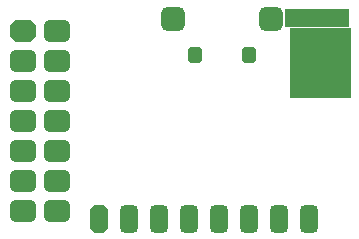
<source format=gbr>
%TF.GenerationSoftware,Altium Limited,Altium Designer,20.2.6 (244)*%
G04 Layer_Color=16711935*
%FSLAX45Y45*%
%MOMM*%
%TF.SameCoordinates,9E4D4D7D-1FFC-428C-BB03-7E89B6F1CBBC*%
%TF.FilePolarity,Negative*%
%TF.FileFunction,Soldermask,Bot*%
%TF.Part,Single*%
G01*
G75*
%TA.AperFunction,NonConductor*%
%ADD87R,5.40000X1.50000*%
%TA.AperFunction,SMDPad,CuDef*%
G04:AMPARAMS|DCode=88|XSize=1.55mm|YSize=2.35mm|CornerRadius=0.425mm|HoleSize=0mm|Usage=FLASHONLY|Rotation=0.000|XOffset=0mm|YOffset=0mm|HoleType=Round|Shape=RoundedRectangle|*
%AMROUNDEDRECTD88*
21,1,1.55000,1.50000,0,0,0.0*
21,1,0.70000,2.35000,0,0,0.0*
1,1,0.85000,0.35000,-0.75000*
1,1,0.85000,-0.35000,-0.75000*
1,1,0.85000,-0.35000,0.75000*
1,1,0.85000,0.35000,0.75000*
%
%ADD88ROUNDEDRECTD88*%
G04:AMPARAMS|DCode=89|XSize=1.55mm|YSize=2.35mm|CornerRadius=0mm|HoleSize=0mm|Usage=FLASHONLY|Rotation=0.000|XOffset=0mm|YOffset=0mm|HoleType=Round|Shape=Octagon|*
%AMOCTAGOND89*
4,1,8,-0.38750,1.17500,0.38750,1.17500,0.77500,0.78750,0.77500,-0.78750,0.38750,-1.17500,-0.38750,-1.17500,-0.77500,-0.78750,-0.77500,0.78750,-0.38750,1.17500,0.0*
%
%ADD89OCTAGOND89*%

%TA.AperFunction,ComponentPad*%
G04:AMPARAMS|DCode=90|XSize=1.85mm|YSize=2.25mm|CornerRadius=0.5mm|HoleSize=0mm|Usage=FLASHONLY|Rotation=270.000|XOffset=0mm|YOffset=0mm|HoleType=Round|Shape=RoundedRectangle|*
%AMROUNDEDRECTD90*
21,1,1.85000,1.25001,0,0,270.0*
21,1,0.85000,2.25000,0,0,270.0*
1,1,1.00000,-0.62500,-0.42500*
1,1,1.00000,-0.62500,0.42500*
1,1,1.00000,0.62500,0.42500*
1,1,1.00000,0.62500,-0.42500*
%
%ADD90ROUNDEDRECTD90*%
G04:AMPARAMS|DCode=91|XSize=1.85mm|YSize=2.25mm|CornerRadius=0mm|HoleSize=0mm|Usage=FLASHONLY|Rotation=270.000|XOffset=0mm|YOffset=0mm|HoleType=Round|Shape=Octagon|*
%AMOCTAGOND91*
4,1,8,1.12500,0.46250,1.12500,-0.46250,0.66250,-0.92500,-0.66250,-0.92500,-1.12500,-0.46250,-1.12500,0.46250,-0.66250,0.92500,0.66250,0.92500,1.12500,0.46250,0.0*
%
%ADD91OCTAGOND91*%

G04:AMPARAMS|DCode=92|XSize=1.25mm|YSize=1.35mm|CornerRadius=0.35mm|HoleSize=0mm|Usage=FLASHONLY|Rotation=180.000|XOffset=0mm|YOffset=0mm|HoleType=Round|Shape=RoundedRectangle|*
%AMROUNDEDRECTD92*
21,1,1.25000,0.65000,0,0,180.0*
21,1,0.55000,1.35000,0,0,180.0*
1,1,0.70000,-0.27500,0.32500*
1,1,0.70000,0.27500,0.32500*
1,1,0.70000,0.27500,-0.32500*
1,1,0.70000,-0.27500,-0.32500*
%
%ADD92ROUNDEDRECTD92*%
G04:AMPARAMS|DCode=93|XSize=2.05mm|YSize=2.05mm|CornerRadius=0.55mm|HoleSize=0mm|Usage=FLASHONLY|Rotation=180.000|XOffset=0mm|YOffset=0mm|HoleType=Round|Shape=RoundedRectangle|*
%AMROUNDEDRECTD93*
21,1,2.05000,0.95000,0,0,180.0*
21,1,0.95000,2.05000,0,0,180.0*
1,1,1.10000,-0.47500,0.47500*
1,1,1.10000,0.47500,0.47500*
1,1,1.10000,0.47500,-0.47500*
1,1,1.10000,-0.47500,-0.47500*
%
%ADD93ROUNDEDRECTD93*%
G36*
X2956752Y1781795D02*
X2956752Y1195285D01*
X2445895Y1195286D01*
X2445896Y1781796D01*
X2956752Y1781795D01*
D02*
G37*
D87*
X2675000Y1870000D02*
D03*
D88*
X1334000Y170000D02*
D03*
X2350000D02*
D03*
X1080000D02*
D03*
X2096000D02*
D03*
X1842000D02*
D03*
X2604000D02*
D03*
X1588000D02*
D03*
D89*
X826000D02*
D03*
D90*
X474000Y236000D02*
D03*
Y490000D02*
D03*
Y744000D02*
D03*
Y998000D02*
D03*
Y1252000D02*
D03*
Y1506000D02*
D03*
Y1760000D02*
D03*
X180000Y236000D02*
D03*
Y490000D02*
D03*
Y744000D02*
D03*
Y998000D02*
D03*
Y1252000D02*
D03*
Y1506000D02*
D03*
D91*
Y1760000D02*
D03*
D92*
X1637500Y1560000D02*
D03*
X2097500D02*
D03*
D93*
X1450000Y1860000D02*
D03*
X2285000D02*
D03*
%TF.MD5,6b753f979b1de5ef011d4bee706cefce*%
M02*

</source>
